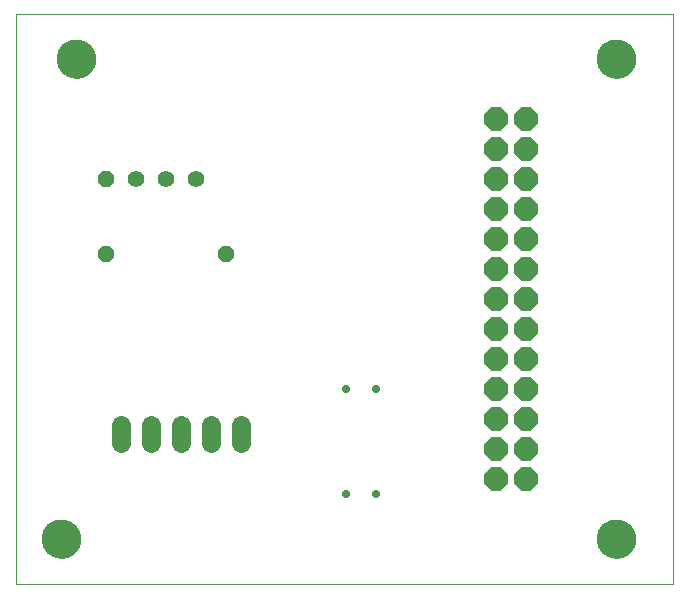
<source format=gts>
G75*
%MOIN*%
%OFA0B0*%
%FSLAX25Y25*%
%IPPOS*%
%LPD*%
%AMOC8*
5,1,8,0,0,1.08239X$1,22.5*
%
%ADD10C,0.00000*%
%ADD11C,0.12998*%
%ADD12OC8,0.05550*%
%ADD13C,0.05550*%
%ADD14OC8,0.07800*%
%ADD15C,0.02800*%
%ADD16OC8,0.05600*%
%ADD17C,0.06400*%
D10*
X0001000Y0001000D02*
X0001000Y0190961D01*
X0219701Y0190961D01*
X0219701Y0001000D01*
X0001000Y0001000D01*
X0009701Y0016000D02*
X0009703Y0016158D01*
X0009709Y0016316D01*
X0009719Y0016474D01*
X0009733Y0016632D01*
X0009751Y0016789D01*
X0009772Y0016946D01*
X0009798Y0017102D01*
X0009828Y0017258D01*
X0009861Y0017413D01*
X0009899Y0017566D01*
X0009940Y0017719D01*
X0009985Y0017871D01*
X0010034Y0018022D01*
X0010087Y0018171D01*
X0010143Y0018319D01*
X0010203Y0018465D01*
X0010267Y0018610D01*
X0010335Y0018753D01*
X0010406Y0018895D01*
X0010480Y0019035D01*
X0010558Y0019172D01*
X0010640Y0019308D01*
X0010724Y0019442D01*
X0010813Y0019573D01*
X0010904Y0019702D01*
X0010999Y0019829D01*
X0011096Y0019954D01*
X0011197Y0020076D01*
X0011301Y0020195D01*
X0011408Y0020312D01*
X0011518Y0020426D01*
X0011631Y0020537D01*
X0011746Y0020646D01*
X0011864Y0020751D01*
X0011985Y0020853D01*
X0012108Y0020953D01*
X0012234Y0021049D01*
X0012362Y0021142D01*
X0012492Y0021232D01*
X0012625Y0021318D01*
X0012760Y0021402D01*
X0012896Y0021481D01*
X0013035Y0021558D01*
X0013176Y0021630D01*
X0013318Y0021700D01*
X0013462Y0021765D01*
X0013608Y0021827D01*
X0013755Y0021885D01*
X0013904Y0021940D01*
X0014054Y0021991D01*
X0014205Y0022038D01*
X0014357Y0022081D01*
X0014510Y0022120D01*
X0014665Y0022156D01*
X0014820Y0022187D01*
X0014976Y0022215D01*
X0015132Y0022239D01*
X0015289Y0022259D01*
X0015447Y0022275D01*
X0015604Y0022287D01*
X0015763Y0022295D01*
X0015921Y0022299D01*
X0016079Y0022299D01*
X0016237Y0022295D01*
X0016396Y0022287D01*
X0016553Y0022275D01*
X0016711Y0022259D01*
X0016868Y0022239D01*
X0017024Y0022215D01*
X0017180Y0022187D01*
X0017335Y0022156D01*
X0017490Y0022120D01*
X0017643Y0022081D01*
X0017795Y0022038D01*
X0017946Y0021991D01*
X0018096Y0021940D01*
X0018245Y0021885D01*
X0018392Y0021827D01*
X0018538Y0021765D01*
X0018682Y0021700D01*
X0018824Y0021630D01*
X0018965Y0021558D01*
X0019104Y0021481D01*
X0019240Y0021402D01*
X0019375Y0021318D01*
X0019508Y0021232D01*
X0019638Y0021142D01*
X0019766Y0021049D01*
X0019892Y0020953D01*
X0020015Y0020853D01*
X0020136Y0020751D01*
X0020254Y0020646D01*
X0020369Y0020537D01*
X0020482Y0020426D01*
X0020592Y0020312D01*
X0020699Y0020195D01*
X0020803Y0020076D01*
X0020904Y0019954D01*
X0021001Y0019829D01*
X0021096Y0019702D01*
X0021187Y0019573D01*
X0021276Y0019442D01*
X0021360Y0019308D01*
X0021442Y0019172D01*
X0021520Y0019035D01*
X0021594Y0018895D01*
X0021665Y0018753D01*
X0021733Y0018610D01*
X0021797Y0018465D01*
X0021857Y0018319D01*
X0021913Y0018171D01*
X0021966Y0018022D01*
X0022015Y0017871D01*
X0022060Y0017719D01*
X0022101Y0017566D01*
X0022139Y0017413D01*
X0022172Y0017258D01*
X0022202Y0017102D01*
X0022228Y0016946D01*
X0022249Y0016789D01*
X0022267Y0016632D01*
X0022281Y0016474D01*
X0022291Y0016316D01*
X0022297Y0016158D01*
X0022299Y0016000D01*
X0022297Y0015842D01*
X0022291Y0015684D01*
X0022281Y0015526D01*
X0022267Y0015368D01*
X0022249Y0015211D01*
X0022228Y0015054D01*
X0022202Y0014898D01*
X0022172Y0014742D01*
X0022139Y0014587D01*
X0022101Y0014434D01*
X0022060Y0014281D01*
X0022015Y0014129D01*
X0021966Y0013978D01*
X0021913Y0013829D01*
X0021857Y0013681D01*
X0021797Y0013535D01*
X0021733Y0013390D01*
X0021665Y0013247D01*
X0021594Y0013105D01*
X0021520Y0012965D01*
X0021442Y0012828D01*
X0021360Y0012692D01*
X0021276Y0012558D01*
X0021187Y0012427D01*
X0021096Y0012298D01*
X0021001Y0012171D01*
X0020904Y0012046D01*
X0020803Y0011924D01*
X0020699Y0011805D01*
X0020592Y0011688D01*
X0020482Y0011574D01*
X0020369Y0011463D01*
X0020254Y0011354D01*
X0020136Y0011249D01*
X0020015Y0011147D01*
X0019892Y0011047D01*
X0019766Y0010951D01*
X0019638Y0010858D01*
X0019508Y0010768D01*
X0019375Y0010682D01*
X0019240Y0010598D01*
X0019104Y0010519D01*
X0018965Y0010442D01*
X0018824Y0010370D01*
X0018682Y0010300D01*
X0018538Y0010235D01*
X0018392Y0010173D01*
X0018245Y0010115D01*
X0018096Y0010060D01*
X0017946Y0010009D01*
X0017795Y0009962D01*
X0017643Y0009919D01*
X0017490Y0009880D01*
X0017335Y0009844D01*
X0017180Y0009813D01*
X0017024Y0009785D01*
X0016868Y0009761D01*
X0016711Y0009741D01*
X0016553Y0009725D01*
X0016396Y0009713D01*
X0016237Y0009705D01*
X0016079Y0009701D01*
X0015921Y0009701D01*
X0015763Y0009705D01*
X0015604Y0009713D01*
X0015447Y0009725D01*
X0015289Y0009741D01*
X0015132Y0009761D01*
X0014976Y0009785D01*
X0014820Y0009813D01*
X0014665Y0009844D01*
X0014510Y0009880D01*
X0014357Y0009919D01*
X0014205Y0009962D01*
X0014054Y0010009D01*
X0013904Y0010060D01*
X0013755Y0010115D01*
X0013608Y0010173D01*
X0013462Y0010235D01*
X0013318Y0010300D01*
X0013176Y0010370D01*
X0013035Y0010442D01*
X0012896Y0010519D01*
X0012760Y0010598D01*
X0012625Y0010682D01*
X0012492Y0010768D01*
X0012362Y0010858D01*
X0012234Y0010951D01*
X0012108Y0011047D01*
X0011985Y0011147D01*
X0011864Y0011249D01*
X0011746Y0011354D01*
X0011631Y0011463D01*
X0011518Y0011574D01*
X0011408Y0011688D01*
X0011301Y0011805D01*
X0011197Y0011924D01*
X0011096Y0012046D01*
X0010999Y0012171D01*
X0010904Y0012298D01*
X0010813Y0012427D01*
X0010724Y0012558D01*
X0010640Y0012692D01*
X0010558Y0012828D01*
X0010480Y0012965D01*
X0010406Y0013105D01*
X0010335Y0013247D01*
X0010267Y0013390D01*
X0010203Y0013535D01*
X0010143Y0013681D01*
X0010087Y0013829D01*
X0010034Y0013978D01*
X0009985Y0014129D01*
X0009940Y0014281D01*
X0009899Y0014434D01*
X0009861Y0014587D01*
X0009828Y0014742D01*
X0009798Y0014898D01*
X0009772Y0015054D01*
X0009751Y0015211D01*
X0009733Y0015368D01*
X0009719Y0015526D01*
X0009709Y0015684D01*
X0009703Y0015842D01*
X0009701Y0016000D01*
X0014701Y0176000D02*
X0014703Y0176158D01*
X0014709Y0176316D01*
X0014719Y0176474D01*
X0014733Y0176632D01*
X0014751Y0176789D01*
X0014772Y0176946D01*
X0014798Y0177102D01*
X0014828Y0177258D01*
X0014861Y0177413D01*
X0014899Y0177566D01*
X0014940Y0177719D01*
X0014985Y0177871D01*
X0015034Y0178022D01*
X0015087Y0178171D01*
X0015143Y0178319D01*
X0015203Y0178465D01*
X0015267Y0178610D01*
X0015335Y0178753D01*
X0015406Y0178895D01*
X0015480Y0179035D01*
X0015558Y0179172D01*
X0015640Y0179308D01*
X0015724Y0179442D01*
X0015813Y0179573D01*
X0015904Y0179702D01*
X0015999Y0179829D01*
X0016096Y0179954D01*
X0016197Y0180076D01*
X0016301Y0180195D01*
X0016408Y0180312D01*
X0016518Y0180426D01*
X0016631Y0180537D01*
X0016746Y0180646D01*
X0016864Y0180751D01*
X0016985Y0180853D01*
X0017108Y0180953D01*
X0017234Y0181049D01*
X0017362Y0181142D01*
X0017492Y0181232D01*
X0017625Y0181318D01*
X0017760Y0181402D01*
X0017896Y0181481D01*
X0018035Y0181558D01*
X0018176Y0181630D01*
X0018318Y0181700D01*
X0018462Y0181765D01*
X0018608Y0181827D01*
X0018755Y0181885D01*
X0018904Y0181940D01*
X0019054Y0181991D01*
X0019205Y0182038D01*
X0019357Y0182081D01*
X0019510Y0182120D01*
X0019665Y0182156D01*
X0019820Y0182187D01*
X0019976Y0182215D01*
X0020132Y0182239D01*
X0020289Y0182259D01*
X0020447Y0182275D01*
X0020604Y0182287D01*
X0020763Y0182295D01*
X0020921Y0182299D01*
X0021079Y0182299D01*
X0021237Y0182295D01*
X0021396Y0182287D01*
X0021553Y0182275D01*
X0021711Y0182259D01*
X0021868Y0182239D01*
X0022024Y0182215D01*
X0022180Y0182187D01*
X0022335Y0182156D01*
X0022490Y0182120D01*
X0022643Y0182081D01*
X0022795Y0182038D01*
X0022946Y0181991D01*
X0023096Y0181940D01*
X0023245Y0181885D01*
X0023392Y0181827D01*
X0023538Y0181765D01*
X0023682Y0181700D01*
X0023824Y0181630D01*
X0023965Y0181558D01*
X0024104Y0181481D01*
X0024240Y0181402D01*
X0024375Y0181318D01*
X0024508Y0181232D01*
X0024638Y0181142D01*
X0024766Y0181049D01*
X0024892Y0180953D01*
X0025015Y0180853D01*
X0025136Y0180751D01*
X0025254Y0180646D01*
X0025369Y0180537D01*
X0025482Y0180426D01*
X0025592Y0180312D01*
X0025699Y0180195D01*
X0025803Y0180076D01*
X0025904Y0179954D01*
X0026001Y0179829D01*
X0026096Y0179702D01*
X0026187Y0179573D01*
X0026276Y0179442D01*
X0026360Y0179308D01*
X0026442Y0179172D01*
X0026520Y0179035D01*
X0026594Y0178895D01*
X0026665Y0178753D01*
X0026733Y0178610D01*
X0026797Y0178465D01*
X0026857Y0178319D01*
X0026913Y0178171D01*
X0026966Y0178022D01*
X0027015Y0177871D01*
X0027060Y0177719D01*
X0027101Y0177566D01*
X0027139Y0177413D01*
X0027172Y0177258D01*
X0027202Y0177102D01*
X0027228Y0176946D01*
X0027249Y0176789D01*
X0027267Y0176632D01*
X0027281Y0176474D01*
X0027291Y0176316D01*
X0027297Y0176158D01*
X0027299Y0176000D01*
X0027297Y0175842D01*
X0027291Y0175684D01*
X0027281Y0175526D01*
X0027267Y0175368D01*
X0027249Y0175211D01*
X0027228Y0175054D01*
X0027202Y0174898D01*
X0027172Y0174742D01*
X0027139Y0174587D01*
X0027101Y0174434D01*
X0027060Y0174281D01*
X0027015Y0174129D01*
X0026966Y0173978D01*
X0026913Y0173829D01*
X0026857Y0173681D01*
X0026797Y0173535D01*
X0026733Y0173390D01*
X0026665Y0173247D01*
X0026594Y0173105D01*
X0026520Y0172965D01*
X0026442Y0172828D01*
X0026360Y0172692D01*
X0026276Y0172558D01*
X0026187Y0172427D01*
X0026096Y0172298D01*
X0026001Y0172171D01*
X0025904Y0172046D01*
X0025803Y0171924D01*
X0025699Y0171805D01*
X0025592Y0171688D01*
X0025482Y0171574D01*
X0025369Y0171463D01*
X0025254Y0171354D01*
X0025136Y0171249D01*
X0025015Y0171147D01*
X0024892Y0171047D01*
X0024766Y0170951D01*
X0024638Y0170858D01*
X0024508Y0170768D01*
X0024375Y0170682D01*
X0024240Y0170598D01*
X0024104Y0170519D01*
X0023965Y0170442D01*
X0023824Y0170370D01*
X0023682Y0170300D01*
X0023538Y0170235D01*
X0023392Y0170173D01*
X0023245Y0170115D01*
X0023096Y0170060D01*
X0022946Y0170009D01*
X0022795Y0169962D01*
X0022643Y0169919D01*
X0022490Y0169880D01*
X0022335Y0169844D01*
X0022180Y0169813D01*
X0022024Y0169785D01*
X0021868Y0169761D01*
X0021711Y0169741D01*
X0021553Y0169725D01*
X0021396Y0169713D01*
X0021237Y0169705D01*
X0021079Y0169701D01*
X0020921Y0169701D01*
X0020763Y0169705D01*
X0020604Y0169713D01*
X0020447Y0169725D01*
X0020289Y0169741D01*
X0020132Y0169761D01*
X0019976Y0169785D01*
X0019820Y0169813D01*
X0019665Y0169844D01*
X0019510Y0169880D01*
X0019357Y0169919D01*
X0019205Y0169962D01*
X0019054Y0170009D01*
X0018904Y0170060D01*
X0018755Y0170115D01*
X0018608Y0170173D01*
X0018462Y0170235D01*
X0018318Y0170300D01*
X0018176Y0170370D01*
X0018035Y0170442D01*
X0017896Y0170519D01*
X0017760Y0170598D01*
X0017625Y0170682D01*
X0017492Y0170768D01*
X0017362Y0170858D01*
X0017234Y0170951D01*
X0017108Y0171047D01*
X0016985Y0171147D01*
X0016864Y0171249D01*
X0016746Y0171354D01*
X0016631Y0171463D01*
X0016518Y0171574D01*
X0016408Y0171688D01*
X0016301Y0171805D01*
X0016197Y0171924D01*
X0016096Y0172046D01*
X0015999Y0172171D01*
X0015904Y0172298D01*
X0015813Y0172427D01*
X0015724Y0172558D01*
X0015640Y0172692D01*
X0015558Y0172828D01*
X0015480Y0172965D01*
X0015406Y0173105D01*
X0015335Y0173247D01*
X0015267Y0173390D01*
X0015203Y0173535D01*
X0015143Y0173681D01*
X0015087Y0173829D01*
X0015034Y0173978D01*
X0014985Y0174129D01*
X0014940Y0174281D01*
X0014899Y0174434D01*
X0014861Y0174587D01*
X0014828Y0174742D01*
X0014798Y0174898D01*
X0014772Y0175054D01*
X0014751Y0175211D01*
X0014733Y0175368D01*
X0014719Y0175526D01*
X0014709Y0175684D01*
X0014703Y0175842D01*
X0014701Y0176000D01*
X0194701Y0176000D02*
X0194703Y0176158D01*
X0194709Y0176316D01*
X0194719Y0176474D01*
X0194733Y0176632D01*
X0194751Y0176789D01*
X0194772Y0176946D01*
X0194798Y0177102D01*
X0194828Y0177258D01*
X0194861Y0177413D01*
X0194899Y0177566D01*
X0194940Y0177719D01*
X0194985Y0177871D01*
X0195034Y0178022D01*
X0195087Y0178171D01*
X0195143Y0178319D01*
X0195203Y0178465D01*
X0195267Y0178610D01*
X0195335Y0178753D01*
X0195406Y0178895D01*
X0195480Y0179035D01*
X0195558Y0179172D01*
X0195640Y0179308D01*
X0195724Y0179442D01*
X0195813Y0179573D01*
X0195904Y0179702D01*
X0195999Y0179829D01*
X0196096Y0179954D01*
X0196197Y0180076D01*
X0196301Y0180195D01*
X0196408Y0180312D01*
X0196518Y0180426D01*
X0196631Y0180537D01*
X0196746Y0180646D01*
X0196864Y0180751D01*
X0196985Y0180853D01*
X0197108Y0180953D01*
X0197234Y0181049D01*
X0197362Y0181142D01*
X0197492Y0181232D01*
X0197625Y0181318D01*
X0197760Y0181402D01*
X0197896Y0181481D01*
X0198035Y0181558D01*
X0198176Y0181630D01*
X0198318Y0181700D01*
X0198462Y0181765D01*
X0198608Y0181827D01*
X0198755Y0181885D01*
X0198904Y0181940D01*
X0199054Y0181991D01*
X0199205Y0182038D01*
X0199357Y0182081D01*
X0199510Y0182120D01*
X0199665Y0182156D01*
X0199820Y0182187D01*
X0199976Y0182215D01*
X0200132Y0182239D01*
X0200289Y0182259D01*
X0200447Y0182275D01*
X0200604Y0182287D01*
X0200763Y0182295D01*
X0200921Y0182299D01*
X0201079Y0182299D01*
X0201237Y0182295D01*
X0201396Y0182287D01*
X0201553Y0182275D01*
X0201711Y0182259D01*
X0201868Y0182239D01*
X0202024Y0182215D01*
X0202180Y0182187D01*
X0202335Y0182156D01*
X0202490Y0182120D01*
X0202643Y0182081D01*
X0202795Y0182038D01*
X0202946Y0181991D01*
X0203096Y0181940D01*
X0203245Y0181885D01*
X0203392Y0181827D01*
X0203538Y0181765D01*
X0203682Y0181700D01*
X0203824Y0181630D01*
X0203965Y0181558D01*
X0204104Y0181481D01*
X0204240Y0181402D01*
X0204375Y0181318D01*
X0204508Y0181232D01*
X0204638Y0181142D01*
X0204766Y0181049D01*
X0204892Y0180953D01*
X0205015Y0180853D01*
X0205136Y0180751D01*
X0205254Y0180646D01*
X0205369Y0180537D01*
X0205482Y0180426D01*
X0205592Y0180312D01*
X0205699Y0180195D01*
X0205803Y0180076D01*
X0205904Y0179954D01*
X0206001Y0179829D01*
X0206096Y0179702D01*
X0206187Y0179573D01*
X0206276Y0179442D01*
X0206360Y0179308D01*
X0206442Y0179172D01*
X0206520Y0179035D01*
X0206594Y0178895D01*
X0206665Y0178753D01*
X0206733Y0178610D01*
X0206797Y0178465D01*
X0206857Y0178319D01*
X0206913Y0178171D01*
X0206966Y0178022D01*
X0207015Y0177871D01*
X0207060Y0177719D01*
X0207101Y0177566D01*
X0207139Y0177413D01*
X0207172Y0177258D01*
X0207202Y0177102D01*
X0207228Y0176946D01*
X0207249Y0176789D01*
X0207267Y0176632D01*
X0207281Y0176474D01*
X0207291Y0176316D01*
X0207297Y0176158D01*
X0207299Y0176000D01*
X0207297Y0175842D01*
X0207291Y0175684D01*
X0207281Y0175526D01*
X0207267Y0175368D01*
X0207249Y0175211D01*
X0207228Y0175054D01*
X0207202Y0174898D01*
X0207172Y0174742D01*
X0207139Y0174587D01*
X0207101Y0174434D01*
X0207060Y0174281D01*
X0207015Y0174129D01*
X0206966Y0173978D01*
X0206913Y0173829D01*
X0206857Y0173681D01*
X0206797Y0173535D01*
X0206733Y0173390D01*
X0206665Y0173247D01*
X0206594Y0173105D01*
X0206520Y0172965D01*
X0206442Y0172828D01*
X0206360Y0172692D01*
X0206276Y0172558D01*
X0206187Y0172427D01*
X0206096Y0172298D01*
X0206001Y0172171D01*
X0205904Y0172046D01*
X0205803Y0171924D01*
X0205699Y0171805D01*
X0205592Y0171688D01*
X0205482Y0171574D01*
X0205369Y0171463D01*
X0205254Y0171354D01*
X0205136Y0171249D01*
X0205015Y0171147D01*
X0204892Y0171047D01*
X0204766Y0170951D01*
X0204638Y0170858D01*
X0204508Y0170768D01*
X0204375Y0170682D01*
X0204240Y0170598D01*
X0204104Y0170519D01*
X0203965Y0170442D01*
X0203824Y0170370D01*
X0203682Y0170300D01*
X0203538Y0170235D01*
X0203392Y0170173D01*
X0203245Y0170115D01*
X0203096Y0170060D01*
X0202946Y0170009D01*
X0202795Y0169962D01*
X0202643Y0169919D01*
X0202490Y0169880D01*
X0202335Y0169844D01*
X0202180Y0169813D01*
X0202024Y0169785D01*
X0201868Y0169761D01*
X0201711Y0169741D01*
X0201553Y0169725D01*
X0201396Y0169713D01*
X0201237Y0169705D01*
X0201079Y0169701D01*
X0200921Y0169701D01*
X0200763Y0169705D01*
X0200604Y0169713D01*
X0200447Y0169725D01*
X0200289Y0169741D01*
X0200132Y0169761D01*
X0199976Y0169785D01*
X0199820Y0169813D01*
X0199665Y0169844D01*
X0199510Y0169880D01*
X0199357Y0169919D01*
X0199205Y0169962D01*
X0199054Y0170009D01*
X0198904Y0170060D01*
X0198755Y0170115D01*
X0198608Y0170173D01*
X0198462Y0170235D01*
X0198318Y0170300D01*
X0198176Y0170370D01*
X0198035Y0170442D01*
X0197896Y0170519D01*
X0197760Y0170598D01*
X0197625Y0170682D01*
X0197492Y0170768D01*
X0197362Y0170858D01*
X0197234Y0170951D01*
X0197108Y0171047D01*
X0196985Y0171147D01*
X0196864Y0171249D01*
X0196746Y0171354D01*
X0196631Y0171463D01*
X0196518Y0171574D01*
X0196408Y0171688D01*
X0196301Y0171805D01*
X0196197Y0171924D01*
X0196096Y0172046D01*
X0195999Y0172171D01*
X0195904Y0172298D01*
X0195813Y0172427D01*
X0195724Y0172558D01*
X0195640Y0172692D01*
X0195558Y0172828D01*
X0195480Y0172965D01*
X0195406Y0173105D01*
X0195335Y0173247D01*
X0195267Y0173390D01*
X0195203Y0173535D01*
X0195143Y0173681D01*
X0195087Y0173829D01*
X0195034Y0173978D01*
X0194985Y0174129D01*
X0194940Y0174281D01*
X0194899Y0174434D01*
X0194861Y0174587D01*
X0194828Y0174742D01*
X0194798Y0174898D01*
X0194772Y0175054D01*
X0194751Y0175211D01*
X0194733Y0175368D01*
X0194719Y0175526D01*
X0194709Y0175684D01*
X0194703Y0175842D01*
X0194701Y0176000D01*
X0194701Y0016000D02*
X0194703Y0016158D01*
X0194709Y0016316D01*
X0194719Y0016474D01*
X0194733Y0016632D01*
X0194751Y0016789D01*
X0194772Y0016946D01*
X0194798Y0017102D01*
X0194828Y0017258D01*
X0194861Y0017413D01*
X0194899Y0017566D01*
X0194940Y0017719D01*
X0194985Y0017871D01*
X0195034Y0018022D01*
X0195087Y0018171D01*
X0195143Y0018319D01*
X0195203Y0018465D01*
X0195267Y0018610D01*
X0195335Y0018753D01*
X0195406Y0018895D01*
X0195480Y0019035D01*
X0195558Y0019172D01*
X0195640Y0019308D01*
X0195724Y0019442D01*
X0195813Y0019573D01*
X0195904Y0019702D01*
X0195999Y0019829D01*
X0196096Y0019954D01*
X0196197Y0020076D01*
X0196301Y0020195D01*
X0196408Y0020312D01*
X0196518Y0020426D01*
X0196631Y0020537D01*
X0196746Y0020646D01*
X0196864Y0020751D01*
X0196985Y0020853D01*
X0197108Y0020953D01*
X0197234Y0021049D01*
X0197362Y0021142D01*
X0197492Y0021232D01*
X0197625Y0021318D01*
X0197760Y0021402D01*
X0197896Y0021481D01*
X0198035Y0021558D01*
X0198176Y0021630D01*
X0198318Y0021700D01*
X0198462Y0021765D01*
X0198608Y0021827D01*
X0198755Y0021885D01*
X0198904Y0021940D01*
X0199054Y0021991D01*
X0199205Y0022038D01*
X0199357Y0022081D01*
X0199510Y0022120D01*
X0199665Y0022156D01*
X0199820Y0022187D01*
X0199976Y0022215D01*
X0200132Y0022239D01*
X0200289Y0022259D01*
X0200447Y0022275D01*
X0200604Y0022287D01*
X0200763Y0022295D01*
X0200921Y0022299D01*
X0201079Y0022299D01*
X0201237Y0022295D01*
X0201396Y0022287D01*
X0201553Y0022275D01*
X0201711Y0022259D01*
X0201868Y0022239D01*
X0202024Y0022215D01*
X0202180Y0022187D01*
X0202335Y0022156D01*
X0202490Y0022120D01*
X0202643Y0022081D01*
X0202795Y0022038D01*
X0202946Y0021991D01*
X0203096Y0021940D01*
X0203245Y0021885D01*
X0203392Y0021827D01*
X0203538Y0021765D01*
X0203682Y0021700D01*
X0203824Y0021630D01*
X0203965Y0021558D01*
X0204104Y0021481D01*
X0204240Y0021402D01*
X0204375Y0021318D01*
X0204508Y0021232D01*
X0204638Y0021142D01*
X0204766Y0021049D01*
X0204892Y0020953D01*
X0205015Y0020853D01*
X0205136Y0020751D01*
X0205254Y0020646D01*
X0205369Y0020537D01*
X0205482Y0020426D01*
X0205592Y0020312D01*
X0205699Y0020195D01*
X0205803Y0020076D01*
X0205904Y0019954D01*
X0206001Y0019829D01*
X0206096Y0019702D01*
X0206187Y0019573D01*
X0206276Y0019442D01*
X0206360Y0019308D01*
X0206442Y0019172D01*
X0206520Y0019035D01*
X0206594Y0018895D01*
X0206665Y0018753D01*
X0206733Y0018610D01*
X0206797Y0018465D01*
X0206857Y0018319D01*
X0206913Y0018171D01*
X0206966Y0018022D01*
X0207015Y0017871D01*
X0207060Y0017719D01*
X0207101Y0017566D01*
X0207139Y0017413D01*
X0207172Y0017258D01*
X0207202Y0017102D01*
X0207228Y0016946D01*
X0207249Y0016789D01*
X0207267Y0016632D01*
X0207281Y0016474D01*
X0207291Y0016316D01*
X0207297Y0016158D01*
X0207299Y0016000D01*
X0207297Y0015842D01*
X0207291Y0015684D01*
X0207281Y0015526D01*
X0207267Y0015368D01*
X0207249Y0015211D01*
X0207228Y0015054D01*
X0207202Y0014898D01*
X0207172Y0014742D01*
X0207139Y0014587D01*
X0207101Y0014434D01*
X0207060Y0014281D01*
X0207015Y0014129D01*
X0206966Y0013978D01*
X0206913Y0013829D01*
X0206857Y0013681D01*
X0206797Y0013535D01*
X0206733Y0013390D01*
X0206665Y0013247D01*
X0206594Y0013105D01*
X0206520Y0012965D01*
X0206442Y0012828D01*
X0206360Y0012692D01*
X0206276Y0012558D01*
X0206187Y0012427D01*
X0206096Y0012298D01*
X0206001Y0012171D01*
X0205904Y0012046D01*
X0205803Y0011924D01*
X0205699Y0011805D01*
X0205592Y0011688D01*
X0205482Y0011574D01*
X0205369Y0011463D01*
X0205254Y0011354D01*
X0205136Y0011249D01*
X0205015Y0011147D01*
X0204892Y0011047D01*
X0204766Y0010951D01*
X0204638Y0010858D01*
X0204508Y0010768D01*
X0204375Y0010682D01*
X0204240Y0010598D01*
X0204104Y0010519D01*
X0203965Y0010442D01*
X0203824Y0010370D01*
X0203682Y0010300D01*
X0203538Y0010235D01*
X0203392Y0010173D01*
X0203245Y0010115D01*
X0203096Y0010060D01*
X0202946Y0010009D01*
X0202795Y0009962D01*
X0202643Y0009919D01*
X0202490Y0009880D01*
X0202335Y0009844D01*
X0202180Y0009813D01*
X0202024Y0009785D01*
X0201868Y0009761D01*
X0201711Y0009741D01*
X0201553Y0009725D01*
X0201396Y0009713D01*
X0201237Y0009705D01*
X0201079Y0009701D01*
X0200921Y0009701D01*
X0200763Y0009705D01*
X0200604Y0009713D01*
X0200447Y0009725D01*
X0200289Y0009741D01*
X0200132Y0009761D01*
X0199976Y0009785D01*
X0199820Y0009813D01*
X0199665Y0009844D01*
X0199510Y0009880D01*
X0199357Y0009919D01*
X0199205Y0009962D01*
X0199054Y0010009D01*
X0198904Y0010060D01*
X0198755Y0010115D01*
X0198608Y0010173D01*
X0198462Y0010235D01*
X0198318Y0010300D01*
X0198176Y0010370D01*
X0198035Y0010442D01*
X0197896Y0010519D01*
X0197760Y0010598D01*
X0197625Y0010682D01*
X0197492Y0010768D01*
X0197362Y0010858D01*
X0197234Y0010951D01*
X0197108Y0011047D01*
X0196985Y0011147D01*
X0196864Y0011249D01*
X0196746Y0011354D01*
X0196631Y0011463D01*
X0196518Y0011574D01*
X0196408Y0011688D01*
X0196301Y0011805D01*
X0196197Y0011924D01*
X0196096Y0012046D01*
X0195999Y0012171D01*
X0195904Y0012298D01*
X0195813Y0012427D01*
X0195724Y0012558D01*
X0195640Y0012692D01*
X0195558Y0012828D01*
X0195480Y0012965D01*
X0195406Y0013105D01*
X0195335Y0013247D01*
X0195267Y0013390D01*
X0195203Y0013535D01*
X0195143Y0013681D01*
X0195087Y0013829D01*
X0195034Y0013978D01*
X0194985Y0014129D01*
X0194940Y0014281D01*
X0194899Y0014434D01*
X0194861Y0014587D01*
X0194828Y0014742D01*
X0194798Y0014898D01*
X0194772Y0015054D01*
X0194751Y0015211D01*
X0194733Y0015368D01*
X0194719Y0015526D01*
X0194709Y0015684D01*
X0194703Y0015842D01*
X0194701Y0016000D01*
D11*
X0201000Y0016000D03*
X0201000Y0176000D03*
X0021000Y0176000D03*
X0016000Y0016000D03*
D12*
X0031000Y0136000D03*
D13*
X0041000Y0136000D03*
X0051000Y0136000D03*
X0061000Y0136000D03*
D14*
X0161000Y0136000D03*
X0161000Y0126000D03*
X0161000Y0116000D03*
X0161000Y0106000D03*
X0161000Y0096000D03*
X0171000Y0096000D03*
X0171000Y0106000D03*
X0171000Y0116000D03*
X0171000Y0126000D03*
X0171000Y0136000D03*
X0171000Y0146000D03*
X0171000Y0156000D03*
X0161000Y0156000D03*
X0161000Y0146000D03*
X0161000Y0086000D03*
X0161000Y0076000D03*
X0161000Y0066000D03*
X0161000Y0056000D03*
X0171000Y0056000D03*
X0171000Y0066000D03*
X0171000Y0076000D03*
X0171000Y0086000D03*
X0171000Y0046000D03*
X0171000Y0036000D03*
X0161000Y0036000D03*
X0161000Y0046000D03*
D15*
X0121000Y0031000D03*
X0111000Y0031000D03*
X0111000Y0066000D03*
X0121000Y0066000D03*
D16*
X0071000Y0111000D03*
X0031000Y0111000D03*
D17*
X0036000Y0054000D02*
X0036000Y0048000D01*
X0046000Y0048000D02*
X0046000Y0054000D01*
X0056000Y0054000D02*
X0056000Y0048000D01*
X0066000Y0048000D02*
X0066000Y0054000D01*
X0076000Y0054000D02*
X0076000Y0048000D01*
M02*

</source>
